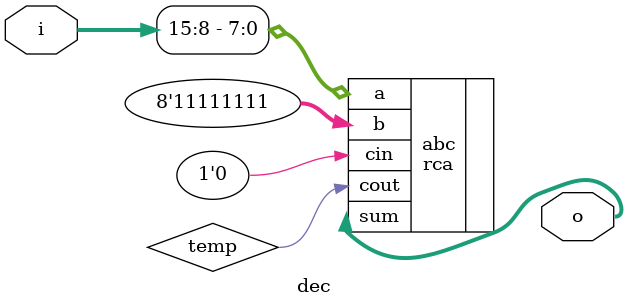
<source format=v>
`timescale 1ns/1ps

/* decrement module */

module dec(input [15:0] i,
	output [7:0] o);
		
	wire temp;
	
	rca abc (.a(i[15:8]), .b(8'b11111111), .cin(1'b0), .cout(temp), .sum(o));
	
	/* calls adder module to add 2's complement of 1 */
	
	
endmodule

</source>
